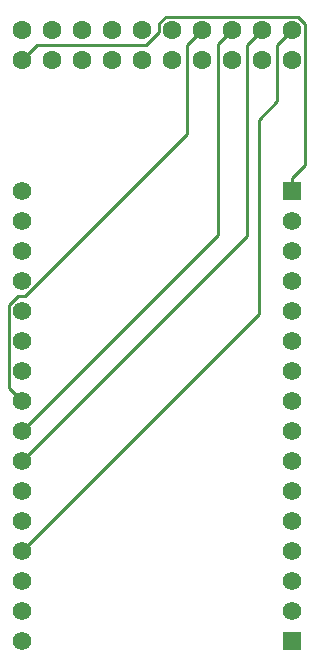
<source format=gbl>
G04 Layer: BottomLayer*
G04 EasyEDA v6.5.46, 2024-09-28 23:34:46*
G04 85c0222427234e8a8314e13dbd9b54d2,10*
G04 Gerber Generator version 0.2*
G04 Scale: 100 percent, Rotated: No, Reflected: No *
G04 Dimensions in millimeters *
G04 leading zeros omitted , absolute positions ,4 integer and 5 decimal *
%FSLAX45Y45*%
%MOMM*%

%ADD10C,0.2540*%
%ADD11C,1.6000*%
%ADD12R,1.5748X1.5748*%
%ADD13C,1.5748*%

%LPD*%
D10*
X341942Y-4635500D02*
G01*
X2347323Y-2630119D01*
X2347323Y-983894D01*
X2501907Y-829310D01*
X2501907Y-355600D01*
X2628907Y-228600D01*
X341942Y-3873500D02*
G01*
X2247907Y-1967534D01*
X2247907Y-355600D01*
X2374907Y-228600D01*
X2120907Y-228600D02*
G01*
X2003331Y-346176D01*
X2003331Y-1958111D01*
X341942Y-3619500D01*
X341942Y-3365500D02*
G01*
X232544Y-3256102D01*
X232544Y-2556357D01*
X312351Y-2476550D01*
X366859Y-2476550D01*
X1739907Y-1103503D01*
X1739907Y-355600D01*
X1866907Y-228600D01*
X2627942Y-1480794D02*
G01*
X2737289Y-1371447D01*
X2737289Y-174980D01*
X2675465Y-113156D01*
X1559923Y-113156D01*
X1504805Y-168275D01*
X1504805Y-239420D01*
X1388625Y-355600D01*
X469907Y-355600D01*
X342907Y-482600D01*
X2627942Y-1587500D02*
G01*
X2627942Y-1480794D01*
D11*
G01*
X342900Y-482600D03*
G01*
X342900Y-228600D03*
G01*
X596900Y-482600D03*
G01*
X596900Y-228600D03*
G01*
X850900Y-482600D03*
G01*
X850900Y-228600D03*
G01*
X1104900Y-482600D03*
G01*
X1104900Y-228600D03*
G01*
X1358900Y-482600D03*
G01*
X1358900Y-228600D03*
G01*
X1612900Y-482600D03*
G01*
X1612900Y-228600D03*
G01*
X1866900Y-482600D03*
G01*
X1866900Y-228600D03*
G01*
X2120900Y-482600D03*
G01*
X2120900Y-228600D03*
G01*
X2374900Y-482600D03*
G01*
X2374900Y-228600D03*
G01*
X2628900Y-482600D03*
G01*
X2628900Y-228600D03*
D12*
G01*
X2627939Y-5397500D03*
D13*
G01*
X2627939Y-5143500D03*
G01*
X2627939Y-4889500D03*
G01*
X2627939Y-4635500D03*
G01*
X2627939Y-4381500D03*
G01*
X2627939Y-4127500D03*
G01*
X2627939Y-3873500D03*
G01*
X2627939Y-3619500D03*
G01*
X2627939Y-3365500D03*
G01*
X2627939Y-3111500D03*
G01*
X2627939Y-2857500D03*
G01*
X2627939Y-2603500D03*
G01*
X2627939Y-2349500D03*
G01*
X2627939Y-2095500D03*
G01*
X2627939Y-1841500D03*
D12*
G01*
X2627939Y-1587500D03*
D13*
G01*
X341939Y-1587500D03*
G01*
X341939Y-1841500D03*
G01*
X341939Y-2095500D03*
G01*
X341939Y-2349500D03*
G01*
X341939Y-2603500D03*
G01*
X341939Y-2857500D03*
G01*
X341939Y-3111500D03*
G01*
X341939Y-3365500D03*
G01*
X341939Y-3619500D03*
G01*
X341939Y-3873500D03*
G01*
X341939Y-4127500D03*
G01*
X341939Y-4381500D03*
G01*
X341939Y-4635500D03*
G01*
X341939Y-4889500D03*
G01*
X341939Y-5143500D03*
G01*
X341939Y-5397500D03*
M02*

</source>
